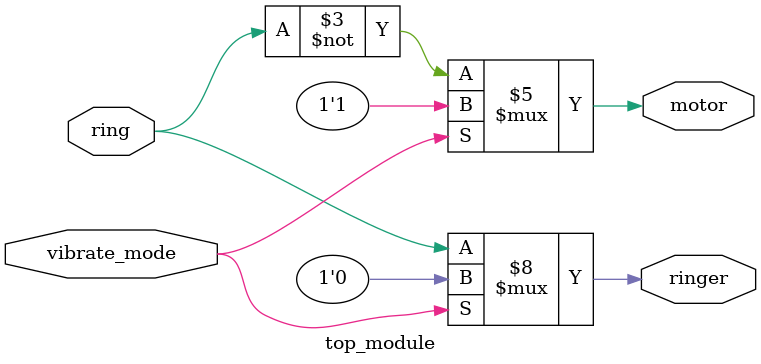
<source format=sv>
module top_module(
    input ring, 
    input vibrate_mode,
    output reg ringer,
    output reg motor
);

always @(*) begin
    if (vibrate_mode == 1) begin
        ringer = 0;
        motor = 1;
    end
    else begin
        ringer = ring;
        motor = ~ring;
    end
end

endmodule

</source>
